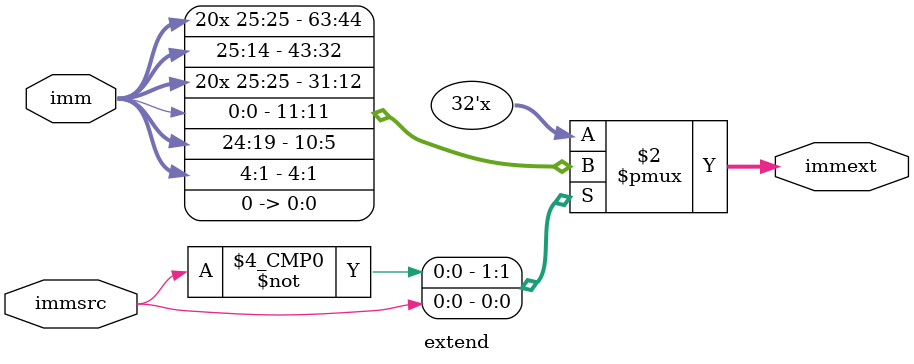
<source format=sv>
module extend(input logic [25:0] imm,
				  input logic immsrc,
				  output logic [31:0] immext);
	
	always_comb begin
    case (immsrc)
        1'b0: immext= {{20{imm[25]}},imm[25:14]};
        1'b1: immext= {{20{imm[25]}},imm[0],imm[24:19],imm[4:1],1'b0};
        default: immext = 32'h0000_0000;
    endcase
	end
	
endmodule

</source>
